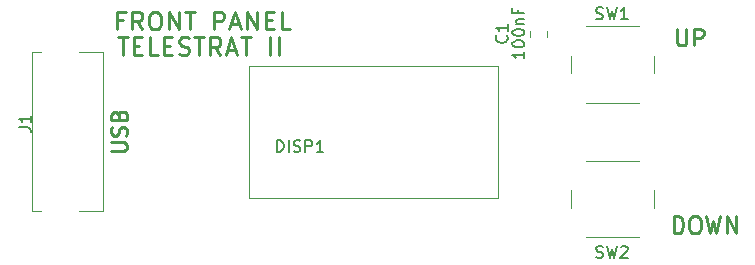
<source format=gto>
%TF.GenerationSoftware,KiCad,Pcbnew,(5.1.12)-1*%
%TF.CreationDate,2023-03-04T08:28:37+01:00*%
%TF.ProjectId,Front_USB,46726f6e-745f-4555-9342-2e6b69636164,rev?*%
%TF.SameCoordinates,PX548a170PY45a45e8*%
%TF.FileFunction,Legend,Top*%
%TF.FilePolarity,Positive*%
%FSLAX46Y46*%
G04 Gerber Fmt 4.6, Leading zero omitted, Abs format (unit mm)*
G04 Created by KiCad (PCBNEW (5.1.12)-1) date 2023-03-04 08:28:37*
%MOMM*%
%LPD*%
G01*
G04 APERTURE LIST*
%ADD10C,0.250000*%
%ADD11C,0.120000*%
%ADD12C,0.150000*%
G04 APERTURE END LIST*
D10*
X9073428Y19109429D02*
X9930571Y19109429D01*
X9502000Y17609429D02*
X9502000Y19109429D01*
X10430571Y18395143D02*
X10930571Y18395143D01*
X11144857Y17609429D02*
X10430571Y17609429D01*
X10430571Y19109429D01*
X11144857Y19109429D01*
X12502000Y17609429D02*
X11787714Y17609429D01*
X11787714Y19109429D01*
X13002000Y18395143D02*
X13502000Y18395143D01*
X13716285Y17609429D02*
X13002000Y17609429D01*
X13002000Y19109429D01*
X13716285Y19109429D01*
X14287714Y17680858D02*
X14502000Y17609429D01*
X14859142Y17609429D01*
X15002000Y17680858D01*
X15073428Y17752286D01*
X15144857Y17895143D01*
X15144857Y18038000D01*
X15073428Y18180858D01*
X15002000Y18252286D01*
X14859142Y18323715D01*
X14573428Y18395143D01*
X14430571Y18466572D01*
X14359142Y18538000D01*
X14287714Y18680858D01*
X14287714Y18823715D01*
X14359142Y18966572D01*
X14430571Y19038000D01*
X14573428Y19109429D01*
X14930571Y19109429D01*
X15144857Y19038000D01*
X15573428Y19109429D02*
X16430571Y19109429D01*
X16002000Y17609429D02*
X16002000Y19109429D01*
X17787714Y17609429D02*
X17287714Y18323715D01*
X16930571Y17609429D02*
X16930571Y19109429D01*
X17502000Y19109429D01*
X17644857Y19038000D01*
X17716285Y18966572D01*
X17787714Y18823715D01*
X17787714Y18609429D01*
X17716285Y18466572D01*
X17644857Y18395143D01*
X17502000Y18323715D01*
X16930571Y18323715D01*
X18359142Y18038000D02*
X19073428Y18038000D01*
X18216285Y17609429D02*
X18716285Y19109429D01*
X19216285Y17609429D01*
X19502000Y19109429D02*
X20359142Y19109429D01*
X19930571Y17609429D02*
X19930571Y19109429D01*
X22002000Y17609429D02*
X22002000Y19109429D01*
X22716285Y17609429D02*
X22716285Y19109429D01*
X9541714Y20554143D02*
X9041714Y20554143D01*
X9041714Y19768429D02*
X9041714Y21268429D01*
X9756000Y21268429D01*
X11184571Y19768429D02*
X10684571Y20482715D01*
X10327428Y19768429D02*
X10327428Y21268429D01*
X10898857Y21268429D01*
X11041714Y21197000D01*
X11113142Y21125572D01*
X11184571Y20982715D01*
X11184571Y20768429D01*
X11113142Y20625572D01*
X11041714Y20554143D01*
X10898857Y20482715D01*
X10327428Y20482715D01*
X12113142Y21268429D02*
X12398857Y21268429D01*
X12541714Y21197000D01*
X12684571Y21054143D01*
X12756000Y20768429D01*
X12756000Y20268429D01*
X12684571Y19982715D01*
X12541714Y19839858D01*
X12398857Y19768429D01*
X12113142Y19768429D01*
X11970285Y19839858D01*
X11827428Y19982715D01*
X11756000Y20268429D01*
X11756000Y20768429D01*
X11827428Y21054143D01*
X11970285Y21197000D01*
X12113142Y21268429D01*
X13398857Y19768429D02*
X13398857Y21268429D01*
X14256000Y19768429D01*
X14256000Y21268429D01*
X14756000Y21268429D02*
X15613142Y21268429D01*
X15184571Y19768429D02*
X15184571Y21268429D01*
X17256000Y19768429D02*
X17256000Y21268429D01*
X17827428Y21268429D01*
X17970285Y21197000D01*
X18041714Y21125572D01*
X18113142Y20982715D01*
X18113142Y20768429D01*
X18041714Y20625572D01*
X17970285Y20554143D01*
X17827428Y20482715D01*
X17256000Y20482715D01*
X18684571Y20197000D02*
X19398857Y20197000D01*
X18541714Y19768429D02*
X19041714Y21268429D01*
X19541714Y19768429D01*
X20041714Y19768429D02*
X20041714Y21268429D01*
X20898857Y19768429D01*
X20898857Y21268429D01*
X21613142Y20554143D02*
X22113142Y20554143D01*
X22327428Y19768429D02*
X21613142Y19768429D01*
X21613142Y21268429D01*
X22327428Y21268429D01*
X23684571Y19768429D02*
X22970285Y19768429D01*
X22970285Y21268429D01*
D11*
%TO.C,J1*%
X7831000Y17820000D02*
X5831000Y17820000D01*
X7831000Y4420000D02*
X5831000Y4420000D01*
X1831000Y4420000D02*
X1831000Y12870000D01*
X1831000Y4420000D02*
X2631000Y4420000D01*
X1831000Y17820000D02*
X2631000Y17820000D01*
X1831000Y17820000D02*
X1831000Y12870000D01*
X7831000Y17820000D02*
X7831000Y4420000D01*
%TO.C,DISP1*%
X20193000Y5524500D02*
X20193000Y16700500D01*
X20193000Y5524500D02*
X41275000Y5524500D01*
X41275000Y5524500D02*
X41275000Y16700500D01*
X41275000Y16700500D02*
X20193000Y16700500D01*
%TO.C,C1*%
X43969000Y19626252D02*
X43969000Y19103748D01*
X45439000Y19626252D02*
X45439000Y19103748D01*
%TO.C,SW2*%
X53229000Y8675000D02*
X48729000Y8675000D01*
X54479000Y4675000D02*
X54479000Y6175000D01*
X48729000Y2175000D02*
X53229000Y2175000D01*
X47479000Y6175000D02*
X47479000Y4675000D01*
%TO.C,SW1*%
X53229000Y20041500D02*
X48729000Y20041500D01*
X54479000Y16041500D02*
X54479000Y17541500D01*
X48729000Y13541500D02*
X53229000Y13541500D01*
X47479000Y17541500D02*
X47479000Y16041500D01*
%TO.C,J1*%
D12*
X722380Y11477667D02*
X1436666Y11477667D01*
X1579523Y11430048D01*
X1674761Y11334810D01*
X1722380Y11191953D01*
X1722380Y11096715D01*
X1722380Y12477667D02*
X1722380Y11906239D01*
X1722380Y12191953D02*
X722380Y12191953D01*
X865238Y12096715D01*
X960476Y12001477D01*
X1008095Y11906239D01*
D10*
X8559095Y9479524D02*
X9611476Y9479524D01*
X9735285Y9541429D01*
X9797190Y9603334D01*
X9859095Y9727143D01*
X9859095Y9974762D01*
X9797190Y10098572D01*
X9735285Y10160477D01*
X9611476Y10222381D01*
X8559095Y10222381D01*
X9797190Y10779524D02*
X9859095Y10965239D01*
X9859095Y11274762D01*
X9797190Y11398572D01*
X9735285Y11460477D01*
X9611476Y11522381D01*
X9487666Y11522381D01*
X9363857Y11460477D01*
X9301952Y11398572D01*
X9240047Y11274762D01*
X9178142Y11027143D01*
X9116238Y10903334D01*
X9054333Y10841429D01*
X8930523Y10779524D01*
X8806714Y10779524D01*
X8682904Y10841429D01*
X8621000Y10903334D01*
X8559095Y11027143D01*
X8559095Y11336667D01*
X8621000Y11522381D01*
X9178142Y12512858D02*
X9240047Y12698572D01*
X9301952Y12760477D01*
X9425761Y12822381D01*
X9611476Y12822381D01*
X9735285Y12760477D01*
X9797190Y12698572D01*
X9859095Y12574762D01*
X9859095Y12079524D01*
X8559095Y12079524D01*
X8559095Y12512858D01*
X8621000Y12636667D01*
X8682904Y12698572D01*
X8806714Y12760477D01*
X8930523Y12760477D01*
X9054333Y12698572D01*
X9116238Y12636667D01*
X9178142Y12512858D01*
X9178142Y12079524D01*
%TO.C,DISP1*%
D12*
X22558619Y9390120D02*
X22558619Y10390120D01*
X22796714Y10390120D01*
X22939571Y10342500D01*
X23034809Y10247262D01*
X23082428Y10152024D01*
X23130047Y9961548D01*
X23130047Y9818691D01*
X23082428Y9628215D01*
X23034809Y9532977D01*
X22939571Y9437739D01*
X22796714Y9390120D01*
X22558619Y9390120D01*
X23558619Y9390120D02*
X23558619Y10390120D01*
X23987190Y9437739D02*
X24130047Y9390120D01*
X24368142Y9390120D01*
X24463380Y9437739D01*
X24511000Y9485358D01*
X24558619Y9580596D01*
X24558619Y9675834D01*
X24511000Y9771072D01*
X24463380Y9818691D01*
X24368142Y9866310D01*
X24177666Y9913929D01*
X24082428Y9961548D01*
X24034809Y10009167D01*
X23987190Y10104405D01*
X23987190Y10199643D01*
X24034809Y10294881D01*
X24082428Y10342500D01*
X24177666Y10390120D01*
X24415761Y10390120D01*
X24558619Y10342500D01*
X24987190Y9390120D02*
X24987190Y10390120D01*
X25368142Y10390120D01*
X25463380Y10342500D01*
X25511000Y10294881D01*
X25558619Y10199643D01*
X25558619Y10056786D01*
X25511000Y9961548D01*
X25463380Y9913929D01*
X25368142Y9866310D01*
X24987190Y9866310D01*
X26511000Y9390120D02*
X25939571Y9390120D01*
X26225285Y9390120D02*
X26225285Y10390120D01*
X26130047Y10247262D01*
X26034809Y10152024D01*
X25939571Y10104405D01*
%TO.C,C1*%
X42013142Y19264334D02*
X42060761Y19216715D01*
X42108380Y19073858D01*
X42108380Y18978620D01*
X42060761Y18835762D01*
X41965523Y18740524D01*
X41870285Y18692905D01*
X41679809Y18645286D01*
X41536952Y18645286D01*
X41346476Y18692905D01*
X41251238Y18740524D01*
X41156000Y18835762D01*
X41108380Y18978620D01*
X41108380Y19073858D01*
X41156000Y19216715D01*
X41203619Y19264334D01*
X42108380Y20216715D02*
X42108380Y19645286D01*
X42108380Y19931000D02*
X41108380Y19931000D01*
X41251238Y19835762D01*
X41346476Y19740524D01*
X41394095Y19645286D01*
X43505380Y17883381D02*
X43505380Y17311953D01*
X43505380Y17597667D02*
X42505380Y17597667D01*
X42648238Y17502429D01*
X42743476Y17407191D01*
X42791095Y17311953D01*
X42505380Y18502429D02*
X42505380Y18597667D01*
X42553000Y18692905D01*
X42600619Y18740524D01*
X42695857Y18788143D01*
X42886333Y18835762D01*
X43124428Y18835762D01*
X43314904Y18788143D01*
X43410142Y18740524D01*
X43457761Y18692905D01*
X43505380Y18597667D01*
X43505380Y18502429D01*
X43457761Y18407191D01*
X43410142Y18359572D01*
X43314904Y18311953D01*
X43124428Y18264334D01*
X42886333Y18264334D01*
X42695857Y18311953D01*
X42600619Y18359572D01*
X42553000Y18407191D01*
X42505380Y18502429D01*
X42505380Y19454810D02*
X42505380Y19550048D01*
X42553000Y19645286D01*
X42600619Y19692905D01*
X42695857Y19740524D01*
X42886333Y19788143D01*
X43124428Y19788143D01*
X43314904Y19740524D01*
X43410142Y19692905D01*
X43457761Y19645286D01*
X43505380Y19550048D01*
X43505380Y19454810D01*
X43457761Y19359572D01*
X43410142Y19311953D01*
X43314904Y19264334D01*
X43124428Y19216715D01*
X42886333Y19216715D01*
X42695857Y19264334D01*
X42600619Y19311953D01*
X42553000Y19359572D01*
X42505380Y19454810D01*
X42838714Y20216715D02*
X43505380Y20216715D01*
X42933952Y20216715D02*
X42886333Y20264334D01*
X42838714Y20359572D01*
X42838714Y20502429D01*
X42886333Y20597667D01*
X42981571Y20645286D01*
X43505380Y20645286D01*
X42981571Y21454810D02*
X42981571Y21121477D01*
X43505380Y21121477D02*
X42505380Y21121477D01*
X42505380Y21597667D01*
%TO.C,SW2*%
X49593666Y484239D02*
X49736523Y436620D01*
X49974619Y436620D01*
X50069857Y484239D01*
X50117476Y531858D01*
X50165095Y627096D01*
X50165095Y722334D01*
X50117476Y817572D01*
X50069857Y865191D01*
X49974619Y912810D01*
X49784142Y960429D01*
X49688904Y1008048D01*
X49641285Y1055667D01*
X49593666Y1150905D01*
X49593666Y1246143D01*
X49641285Y1341381D01*
X49688904Y1389000D01*
X49784142Y1436620D01*
X50022238Y1436620D01*
X50165095Y1389000D01*
X50498428Y1436620D02*
X50736523Y436620D01*
X50927000Y1150905D01*
X51117476Y436620D01*
X51355571Y1436620D01*
X51688904Y1341381D02*
X51736523Y1389000D01*
X51831761Y1436620D01*
X52069857Y1436620D01*
X52165095Y1389000D01*
X52212714Y1341381D01*
X52260333Y1246143D01*
X52260333Y1150905D01*
X52212714Y1008048D01*
X51641285Y436620D01*
X52260333Y436620D01*
D10*
X56167666Y2496429D02*
X56167666Y3996429D01*
X56501000Y3996429D01*
X56701000Y3925000D01*
X56834333Y3782143D01*
X56901000Y3639286D01*
X56967666Y3353572D01*
X56967666Y3139286D01*
X56901000Y2853572D01*
X56834333Y2710715D01*
X56701000Y2567858D01*
X56501000Y2496429D01*
X56167666Y2496429D01*
X57834333Y3996429D02*
X58101000Y3996429D01*
X58234333Y3925000D01*
X58367666Y3782143D01*
X58434333Y3496429D01*
X58434333Y2996429D01*
X58367666Y2710715D01*
X58234333Y2567858D01*
X58101000Y2496429D01*
X57834333Y2496429D01*
X57701000Y2567858D01*
X57567666Y2710715D01*
X57501000Y2996429D01*
X57501000Y3496429D01*
X57567666Y3782143D01*
X57701000Y3925000D01*
X57834333Y3996429D01*
X58901000Y3996429D02*
X59234333Y2496429D01*
X59501000Y3567858D01*
X59767666Y2496429D01*
X60101000Y3996429D01*
X60634333Y2496429D02*
X60634333Y3996429D01*
X61434333Y2496429D01*
X61434333Y3996429D01*
%TO.C,SW1*%
D12*
X49593666Y20677239D02*
X49736523Y20629620D01*
X49974619Y20629620D01*
X50069857Y20677239D01*
X50117476Y20724858D01*
X50165095Y20820096D01*
X50165095Y20915334D01*
X50117476Y21010572D01*
X50069857Y21058191D01*
X49974619Y21105810D01*
X49784142Y21153429D01*
X49688904Y21201048D01*
X49641285Y21248667D01*
X49593666Y21343905D01*
X49593666Y21439143D01*
X49641285Y21534381D01*
X49688904Y21582000D01*
X49784142Y21629620D01*
X50022238Y21629620D01*
X50165095Y21582000D01*
X50498428Y21629620D02*
X50736523Y20629620D01*
X50927000Y21343905D01*
X51117476Y20629620D01*
X51355571Y21629620D01*
X52260333Y20629620D02*
X51688904Y20629620D01*
X51974619Y20629620D02*
X51974619Y21629620D01*
X51879380Y21486762D01*
X51784142Y21391524D01*
X51688904Y21343905D01*
D10*
X56431000Y19816667D02*
X56431000Y18683334D01*
X56497666Y18550000D01*
X56564333Y18483334D01*
X56697666Y18416667D01*
X56964333Y18416667D01*
X57097666Y18483334D01*
X57164333Y18550000D01*
X57231000Y18683334D01*
X57231000Y19816667D01*
X57897666Y18416667D02*
X57897666Y19816667D01*
X58431000Y19816667D01*
X58564333Y19750000D01*
X58631000Y19683334D01*
X58697666Y19550000D01*
X58697666Y19350000D01*
X58631000Y19216667D01*
X58564333Y19150000D01*
X58431000Y19083334D01*
X57897666Y19083334D01*
%TD*%
M02*

</source>
